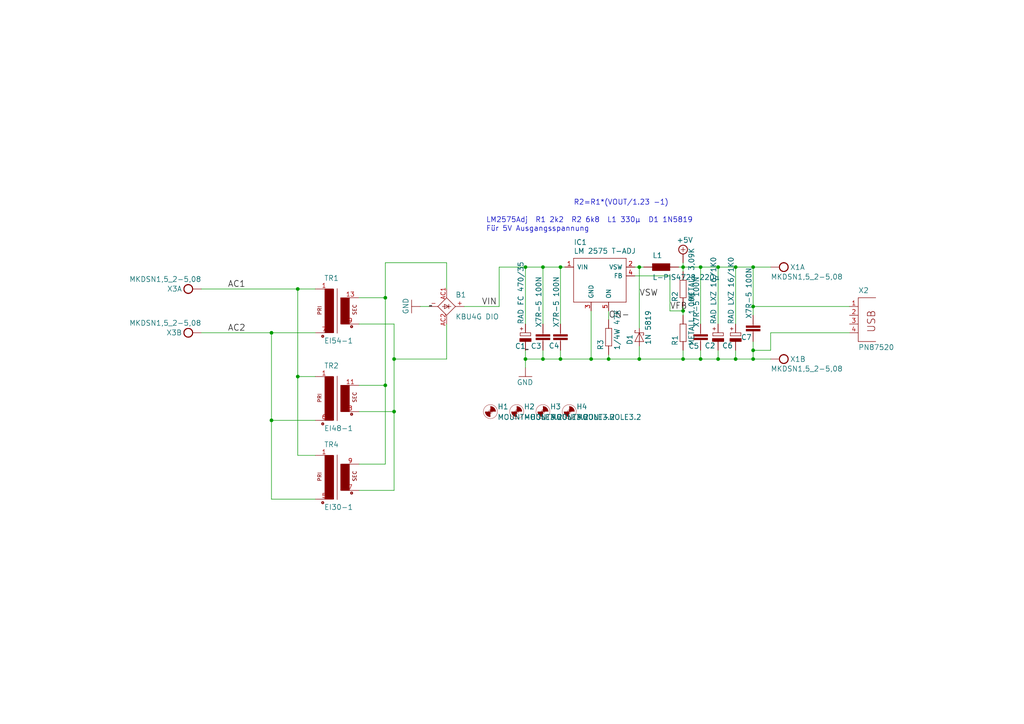
<source format=kicad_sch>
(kicad_sch (version 20211123) (generator eeschema)
  (paper "A4")
  (lib_symbols
    (symbol "LM2575Mod_V1.1-eagle-import:+5V" (power) (pin_names (offset 1.016))
      (property "Value" "+5V" (at -1.905 3.175 0))
      (symbol "+5V_1_0"
        (polyline (pts (xy -0.635 1.27) (xy 0.635 1.27)))
        (polyline (pts (xy 0 0.635) (xy 0 1.905)))
        (circle (center 0 1.27) (radius 1.27) (stroke (width 0.254)))
        (pin power_in line (at 0 -2.54 90) (length 2.54) (name "+5V") (number "1"))
      )
    )
    (symbol "LM2575Mod_V1.1-eagle-import:1N581" (pin_names (offset 1.016))
      (property "Reference" "D" (at -2.286 1.905 0))
      (property "Value" "1N581" (at -2.286 -3.429 0))
      (symbol "1N581_1_0"
        (polyline (pts (xy -1.27 -1.27) (xy 1.27 0)))
        (polyline (pts (xy -1.27 1.27) (xy -1.27 -1.27)))
        (polyline (pts (xy 0.635 -1.016) (xy 0.635 -1.27)))
        (polyline (pts (xy 1.27 -1.27) (xy 0.635 -1.27)))
        (polyline (pts (xy 1.27 0) (xy -1.27 1.27)))
        (polyline (pts (xy 1.27 0) (xy 1.27 -1.27)))
        (polyline (pts (xy 1.27 1.27) (xy 1.27 0)))
        (polyline (pts (xy 1.905 1.27) (xy 1.27 1.27)))
        (polyline (pts (xy 1.905 1.27) (xy 1.905 1.016)))
        (pin passive line (at -2.54 0 0) (length 2.54) (name "A") (number "A"))
        (pin passive line (at 2.54 0 180) (length 2.54) (name "C") (number "C"))
      )
    )
    (symbol "LM2575Mod_V1.1-eagle-import:C-EU050-025X075" (pin_names (offset 1.016))
      (property "Reference" "C" (at 1.524 0.381 0))
      (property "Value" "C-EU050-025X075" (at 1.524 -4.699 0))
      (symbol "C-EU050-025X075_1_0"
        (rectangle (start -2.032 -2.032) (end 2.032 -1.524) (fill (type outline)))
        (rectangle (start -2.032 -1.016) (end 2.032 -0.508) (fill (type outline)))
        (polyline (pts (xy 0 -2.54) (xy 0 -2.032)))
        (polyline (pts (xy 0 0) (xy 0 -0.508)))
        (pin passive line (at 0 2.54 270) (length 2.54) (name "1") (number "1"))
        (pin passive line (at 0 -5.08 90) (length 2.54) (name "2") (number "2"))
      )
    )
    (symbol "LM2575Mod_V1.1-eagle-import:CPOL-EUE5-8.5" (pin_names (offset 1.016))
      (property "Reference" "C" (at 1.143 0.4826 0))
      (property "Value" "CPOL-EUE5-8.5" (at 1.143 -4.5974 0))
      (symbol "CPOL-EUE5-8.5_1_0"
        (rectangle (start -1.651 -2.54) (end 1.651 -1.651) (fill (type outline)))
        (polyline (pts (xy -1.524 -0.889) (xy 1.524 -0.889)))
        (polyline (pts (xy -1.524 0) (xy -1.524 -0.889)))
        (polyline (pts (xy -1.524 0) (xy 1.524 0)))
        (polyline (pts (xy 1.524 -0.889) (xy 1.524 0)))
        (text "+" (at -0.5842 0.4064 900) (effects (font (size 1.0668 1.0668)) (justify left bottom)))
        (pin passive line (at 0 2.54 270) (length 2.54) (name "+") (number "+"))
        (pin passive line (at 0 -5.08 90) (length 2.54) (name "-") (number "-"))
      )
    )
    (symbol "LM2575Mod_V1.1-eagle-import:EI30-1" (pin_names (offset 1.016))
      (property "Reference" "TR" (at -2.54 7.366 0))
      (property "Value" "EI30-1" (at -2.54 -10.795 0))
      (symbol "EI30-1_1_0"
        (circle (center -2.921 -8.636) (radius 0.127) (stroke (width 0.3048)))
        (rectangle (start -2.286 -7.62) (end 0.254 5.08) (fill (type outline)))
        (polyline (pts (xy 1.27 5.207) (xy 1.27 -7.747)))
        (rectangle (start 2.286 -5.08) (end 4.826 2.54) (fill (type outline)))
        (circle (center 5.461 -5.842) (radius 0.127) (stroke (width 0.3048)))
        (text "PRI" (at -3.175 -2.54 900) (effects (font (size 1.0668 1.0668)) (justify left bottom)))
        (text "SEC" (at 6.985 -2.54 900) (effects (font (size 1.0668 1.0668)) (justify left bottom)))
        (pin passive line (at -5.08 5.08 0) (length 5.08) (name "P1") (number "1"))
        (pin passive line (at -5.08 -7.62 0) (length 5.08) (name "P2") (number "5"))
        (pin passive line (at 7.62 -5.08 180) (length 5.08) (name "S3") (number "7"))
        (pin passive line (at 7.62 2.54 180) (length 5.08) (name "S4") (number "9"))
      )
    )
    (symbol "LM2575Mod_V1.1-eagle-import:EI48-1" (pin_names (offset 1.016))
      (property "Reference" "TR" (at -2.54 7.366 0))
      (property "Value" "EI48-1" (at -2.54 -10.795 0))
      (symbol "EI48-1_1_0"
        (circle (center -2.921 -8.636) (radius 0.127) (stroke (width 0.3048)))
        (rectangle (start -2.286 -7.62) (end 0.254 5.08) (fill (type outline)))
        (polyline (pts (xy 1.27 5.207) (xy 1.27 -7.747)))
        (rectangle (start 2.286 -5.08) (end 4.826 2.54) (fill (type outline)))
        (circle (center 5.461 -5.842) (radius 0.127) (stroke (width 0.3048)))
        (text "PRI" (at -3.175 -2.54 900) (effects (font (size 1.0668 1.0668)) (justify left bottom)))
        (text "SEC" (at 6.985 -2.54 900) (effects (font (size 1.0668 1.0668)) (justify left bottom)))
        (pin passive line (at -5.08 5.08 0) (length 5.08) (name "P1") (number "1"))
        (pin passive line (at 7.62 2.54 180) (length 5.08) (name "S4") (number "11"))
        (pin passive line (at -5.08 -7.62 0) (length 5.08) (name "P2") (number "6"))
        (pin passive line (at 7.62 -5.08 180) (length 5.08) (name "S3") (number "8"))
      )
    )
    (symbol "LM2575Mod_V1.1-eagle-import:EI54-1" (pin_names (offset 1.016))
      (property "Reference" "TR" (at -2.54 7.366 0))
      (property "Value" "EI54-1" (at -2.54 -10.795 0))
      (symbol "EI54-1_1_0"
        (circle (center -2.921 -8.636) (radius 0.127) (stroke (width 0.3048)))
        (rectangle (start -2.286 -7.62) (end 0.254 5.08) (fill (type outline)))
        (polyline (pts (xy 1.27 5.207) (xy 1.27 -7.747)))
        (rectangle (start 2.286 -5.08) (end 4.826 2.54) (fill (type outline)))
        (circle (center 5.461 -5.842) (radius 0.127) (stroke (width 0.3048)))
        (text "PRI" (at -3.175 -2.54 900) (effects (font (size 1.0668 1.0668)) (justify left bottom)))
        (text "SEC" (at 6.985 -2.54 900) (effects (font (size 1.0668 1.0668)) (justify left bottom)))
        (pin passive line (at -5.08 5.08 0) (length 5.08) (name "P1") (number "1"))
        (pin passive line (at 7.62 2.54 180) (length 5.08) (name "S4") (number "13"))
        (pin passive line (at -5.08 -7.62 0) (length 5.08) (name "P2") (number "7"))
        (pin passive line (at 7.62 -5.08 180) (length 5.08) (name "S3") (number "9"))
      )
    )
    (symbol "LM2575Mod_V1.1-eagle-import:GND" (power) (pin_names (offset 1.016))
      (property "Value" "GND" (at -2.54 -2.54 0))
      (symbol "GND_1_0"
        (polyline (pts (xy -1.905 0) (xy 1.905 0)))
        (pin power_in line (at 0 2.54 270) (length 2.54) (name "GND") (number "1"))
      )
    )
    (symbol "LM2575Mod_V1.1-eagle-import:KBU" (pin_names (offset 1.016))
      (property "Reference" "B" (at 2.54 2.54 0))
      (property "Value" "KBU" (at 2.54 -3.81 0))
      (symbol "KBU_1_0"
        (polyline (pts (xy -2.54 0) (xy 0 -2.54)))
        (polyline (pts (xy -1.27 0) (xy 0.635 0)))
        (polyline (pts (xy -0.635 0.635) (xy -0.635 -0.635)))
        (polyline (pts (xy -0.635 0.635) (xy 0.635 0)))
        (polyline (pts (xy 0 -2.54) (xy 2.54 0)))
        (polyline (pts (xy 0 2.54) (xy -2.54 0)))
        (polyline (pts (xy 0.635 0) (xy -0.635 -0.635)))
        (polyline (pts (xy 0.635 0) (xy 1.27 0)))
        (polyline (pts (xy 0.635 0.635) (xy 0.635 -0.635)))
        (polyline (pts (xy 2.54 0) (xy 0 2.54)))
        (pin passive line (at 5.08 0 180) (length 2.54) (name "+") (number "+"))
        (pin passive line (at -5.08 0 0) (length 2.54) (name "-") (number "-"))
        (pin passive line (at 0 5.08 270) (length 2.54) (name "AC1") (number "AC1"))
        (pin passive line (at 0 -5.08 90) (length 2.54) (name "AC2") (number "AC2"))
      )
    )
    (symbol "LM2575Mod_V1.1-eagle-import:LM2575V" (pin_names (offset 1.016))
      (property "Reference" "IC" (at -7.62 11.43 0))
      (property "Value" "LM2575V" (at -7.62 8.89 0))
      (symbol "LM2575V_1_0"
        (polyline (pts (xy -7.62 -5.08) (xy -7.62 7.62)))
        (polyline (pts (xy -7.62 7.62) (xy 7.62 7.62)))
        (polyline (pts (xy 7.62 -5.08) (xy -7.62 -5.08)))
        (polyline (pts (xy 7.62 7.62) (xy 7.62 -5.08)))
        (pin passive line (at -10.16 5.08 0) (length 2.54) (name "VIN") (number "1"))
        (pin passive line (at 10.16 5.08 180) (length 2.54) (name "VSW") (number "2"))
        (pin power_in line (at -2.54 -7.62 90) (length 2.54) (name "GND") (number "3"))
        (pin passive line (at 10.16 2.54 180) (length 2.54) (name "FB") (number "4"))
        (pin passive line (at 2.54 -7.62 90) (length 2.54) (name "ON") (number "5"))
      )
    )
    (symbol "LM2575Mod_V1.1-eagle-import:MKDSN1,5_2-5,08" (pin_names (offset 1.016))
      (property "Reference" "X" (at 3.048 -0.889 0))
      (property "Value" "MKDSN1,5_2-5,08" (at -2.54 -3.683 0))
      (symbol "MKDSN1,5_2-5,08_1_0"
        (circle (center 1.27 0) (radius 1.27) (stroke (width 0.254)))
        (circle (center 1.27 0) (radius 1.27) (stroke (width 0.254)))
        (circle (center 1.27 0) (radius 1.27) (stroke (width 0.254)))
        (pin passive line (at -2.54 0 0) (length 2.54) (name "KL") (number "1"))
      )
      (symbol "MKDSN1,5_2-5,08_2_0"
        (circle (center 1.27 0) (radius 1.27) (stroke (width 0.254)))
        (circle (center 1.27 0) (radius 1.27) (stroke (width 0.254)))
        (circle (center 1.27 0) (radius 1.27) (stroke (width 0.254)))
        (pin passive line (at -2.54 0 0) (length 2.54) (name "KL") (number "2"))
      )
    )
    (symbol "LM2575Mod_V1.1-eagle-import:MOUNT-HOLE3.2" (pin_names (offset 1.016))
      (property "Reference" "H" (at 2.032 0.5842 0))
      (property "Value" "MOUNT-HOLE3.2" (at 2.032 -2.4638 0))
      (symbol "MOUNT-HOLE3.2_1_0"
        (arc (start -1.524 0) (mid -1.0776 -1.0776) (end 0 -1.524) (stroke (width 0.0254)) (fill (type outline)))
        (polyline (pts (xy -0.508 0) (xy 0.508 0)))
        (polyline (pts (xy 0 0.508) (xy 0 -0.508)))
        (circle (center 0 0) (radius 0.508) (stroke (width 0.0508)))
        (circle (center 0 0) (radius 2.032) (stroke (width 0.0508)))
        (arc (start 1.524 0) (mid 1.0776 1.0776) (end 0 1.524) (stroke (width 0.0254)) (fill (type outline)))
      )
    )
    (symbol "LM2575Mod_V1.1-eagle-import:PIS4728" (pin_names (offset 1.016))
      (property "Reference" "L" (at -2.54 2.54 0))
      (property "Value" "PIS4728" (at -2.54 -3.81 0))
      (symbol "PIS4728_1_0"
        (rectangle (start -2.54 -1.016) (end 2.54 1.016) (fill (type outline)))
        (pin bidirectional line (at -5.08 0 0) (length 2.54) (name "P$1") (number "P$1"))
        (pin bidirectional line (at 5.08 0 180) (length 2.54) (name "P$2") (number "P$2"))
      )
    )
    (symbol "LM2575Mod_V1.1-eagle-import:PN87520" (pin_names (offset 1.016))
      (property "Reference" "X" (at 0 8.89 0))
      (property "Value" "PN87520" (at 0 -7.62 0))
      (symbol "PN87520_1_0"
        (polyline (pts (xy 0 -5.08) (xy 5.08 -5.08)))
        (polyline (pts (xy 0 7.62) (xy 0 -5.08)))
        (polyline (pts (xy 0 7.62) (xy 5.08 7.62)))
        (text "USB" (at 5.08 -2.54 900) (effects (font (size 2.159 2.159)) (justify left bottom)))
        (pin passive line (at -2.54 5.08 0) (length 2.54) (name "1") (number "1"))
        (pin passive line (at -2.54 2.54 0) (length 2.54) (name "2") (number "2"))
        (pin passive line (at -2.54 0 0) (length 2.54) (name "3") (number "3"))
        (pin passive line (at -2.54 -2.54 0) (length 2.54) (name "4") (number "4"))
      )
    )
    (symbol "LM2575Mod_V1.1-eagle-import:R-EU_0207_10" (pin_names (offset 1.016))
      (property "Reference" "R" (at -3.81 1.4986 0))
      (property "Value" "R-EU_0207_10" (at -3.81 -3.302 0))
      (symbol "R-EU_0207_10_1_0"
        (polyline (pts (xy -2.54 -0.889) (xy -2.54 0.889)))
        (polyline (pts (xy -2.54 -0.889) (xy 2.54 -0.889)))
        (polyline (pts (xy 2.54 -0.889) (xy 2.54 0.889)))
        (polyline (pts (xy 2.54 0.889) (xy -2.54 0.889)))
        (pin passive line (at -5.08 0 0) (length 2.54) (name "1") (number "1"))
        (pin passive line (at 5.08 0 180) (length 2.54) (name "2") (number "2"))
      )
    )
  )
  (junction (at 208.28 77.47))
  (junction (at 114.3 119.38))
  (junction (at 171.45 104.14))
  (junction (at 86.36 109.22))
  (junction (at 213.36 104.14))
  (junction (at 218.44 88.9))
  (junction (at 218.44 104.14))
  (junction (at 208.28 104.14))
  (junction (at 185.42 77.47))
  (junction (at 152.4 77.47))
  (junction (at 185.42 104.14))
  (junction (at 218.44 77.47))
  (junction (at 198.12 104.14))
  (junction (at 162.56 77.47))
  (junction (at 162.56 104.14))
  (junction (at 157.48 104.14))
  (junction (at 198.12 77.47))
  (junction (at 203.2 104.14))
  (junction (at 114.3 104.14))
  (junction (at 86.36 83.82))
  (junction (at 78.74 121.92))
  (junction (at 198.12 90.17))
  (junction (at 203.2 77.47))
  (junction (at 218.44 101.6))
  (junction (at 176.53 104.14))
  (junction (at 213.36 77.47))
  (junction (at 111.76 111.76))
  (junction (at 78.74 96.52))
  (junction (at 111.76 86.36))
  (junction (at 152.4 104.14))
  (junction (at 157.48 77.47))
  (wire (pts (xy 203.2 77.47) (xy 208.28 77.47)))
  (wire (pts (xy 218.44 104.14) (xy 223.52 104.14)))
  (wire (pts (xy 104.14 119.38) (xy 114.3 119.38)))
  (wire (pts (xy 208.28 77.47) (xy 208.28 93.98)))
  (wire (pts (xy 171.45 90.17) (xy 171.45 104.14)))
  (wire (pts (xy 198.12 104.14) (xy 203.2 104.14)))
  (wire (pts (xy 203.2 101.6) (xy 203.2 104.14)))
  (wire (pts (xy 104.14 142.24) (xy 114.3 142.24)))
  (wire (pts (xy 152.4 104.14) (xy 157.48 104.14)))
  (wire (pts (xy 203.2 104.14) (xy 208.28 104.14)))
  (wire (pts (xy 157.48 101.6) (xy 157.48 104.14)))
  (wire (pts (xy 129.54 76.2) (xy 129.54 83.82)))
  (wire (pts (xy 114.3 119.38) (xy 114.3 104.14)))
  (wire (pts (xy 198.12 77.47) (xy 203.2 77.47)))
  (wire (pts (xy 86.36 83.82) (xy 58.42 83.82)))
  (wire (pts (xy 111.76 76.2) (xy 129.54 76.2)))
  (wire (pts (xy 213.36 101.6) (xy 213.36 104.14)))
  (wire (pts (xy 218.44 101.6) (xy 223.52 101.6)))
  (wire (pts (xy 186.69 77.47) (xy 185.42 77.47)))
  (wire (pts (xy 152.4 77.47) (xy 152.4 93.98)))
  (wire (pts (xy 246.38 88.9) (xy 218.44 88.9)))
  (wire (pts (xy 163.83 77.47) (xy 162.56 77.47)))
  (wire (pts (xy 194.31 90.17) (xy 198.12 90.17)))
  (wire (pts (xy 114.3 142.24) (xy 114.3 119.38)))
  (wire (pts (xy 91.44 83.82) (xy 86.36 83.82)))
  (wire (pts (xy 208.28 104.14) (xy 213.36 104.14)))
  (wire (pts (xy 91.44 109.22) (xy 86.36 109.22)))
  (wire (pts (xy 78.74 96.52) (xy 91.44 96.52)))
  (wire (pts (xy 111.76 134.62) (xy 111.76 111.76)))
  (wire (pts (xy 78.74 121.92) (xy 78.74 96.52)))
  (wire (pts (xy 157.48 104.14) (xy 162.56 104.14)))
  (wire (pts (xy 198.12 77.47) (xy 198.12 78.74)))
  (wire (pts (xy 218.44 101.6) (xy 218.44 104.14)))
  (wire (pts (xy 162.56 77.47) (xy 157.48 77.47)))
  (wire (pts (xy 162.56 93.98) (xy 162.56 77.47)))
  (wire (pts (xy 218.44 88.9) (xy 218.44 77.47)))
  (wire (pts (xy 114.3 104.14) (xy 114.3 93.98)))
  (wire (pts (xy 213.36 93.98) (xy 213.36 77.47)))
  (wire (pts (xy 194.31 80.01) (xy 194.31 90.17)))
  (wire (pts (xy 91.44 132.08) (xy 86.36 132.08)))
  (wire (pts (xy 184.15 77.47) (xy 185.42 77.47)))
  (wire (pts (xy 185.42 104.14) (xy 198.12 104.14)))
  (wire (pts (xy 152.4 104.14) (xy 152.4 106.68)))
  (wire (pts (xy 86.36 109.22) (xy 86.36 83.82)))
  (wire (pts (xy 185.42 95.25) (xy 185.42 77.47)))
  (wire (pts (xy 176.53 92.71) (xy 176.53 90.17)))
  (wire (pts (xy 91.44 121.92) (xy 78.74 121.92)))
  (wire (pts (xy 198.12 91.44) (xy 198.12 90.17)))
  (wire (pts (xy 176.53 104.14) (xy 185.42 104.14)))
  (wire (pts (xy 157.48 77.47) (xy 152.4 77.47)))
  (wire (pts (xy 104.14 134.62) (xy 111.76 134.62)))
  (wire (pts (xy 86.36 132.08) (xy 86.36 109.22)))
  (wire (pts (xy 114.3 93.98) (xy 104.14 93.98)))
  (wire (pts (xy 58.42 96.52) (xy 78.74 96.52)))
  (wire (pts (xy 124.46 88.9) (xy 121.92 88.9)))
  (wire (pts (xy 185.42 100.33) (xy 185.42 104.14)))
  (wire (pts (xy 218.44 99.06) (xy 218.44 101.6)))
  (wire (pts (xy 208.28 77.47) (xy 213.36 77.47)))
  (wire (pts (xy 223.52 96.52) (xy 223.52 101.6)))
  (wire (pts (xy 218.44 77.47) (xy 223.52 77.47)))
  (wire (pts (xy 129.54 93.98) (xy 129.54 104.14)))
  (wire (pts (xy 176.53 102.87) (xy 176.53 104.14)))
  (wire (pts (xy 144.78 77.47) (xy 152.4 77.47)))
  (wire (pts (xy 134.62 88.9) (xy 144.78 88.9)))
  (wire (pts (xy 246.38 96.52) (xy 223.52 96.52)))
  (wire (pts (xy 157.48 93.98) (xy 157.48 77.47)))
  (wire (pts (xy 152.4 101.6) (xy 152.4 104.14)))
  (wire (pts (xy 218.44 91.44) (xy 218.44 88.9)))
  (wire (pts (xy 78.74 144.78) (xy 78.74 121.92)))
  (wire (pts (xy 184.15 80.01) (xy 194.31 80.01)))
  (wire (pts (xy 213.36 77.47) (xy 218.44 77.47)))
  (wire (pts (xy 144.78 88.9) (xy 144.78 77.47)))
  (wire (pts (xy 111.76 111.76) (xy 111.76 86.36)))
  (wire (pts (xy 198.12 101.6) (xy 198.12 104.14)))
  (wire (pts (xy 104.14 86.36) (xy 111.76 86.36)))
  (wire (pts (xy 111.76 86.36) (xy 111.76 76.2)))
  (wire (pts (xy 196.85 77.47) (xy 198.12 77.47)))
  (wire (pts (xy 208.28 104.14) (xy 208.28 101.6)))
  (wire (pts (xy 129.54 104.14) (xy 114.3 104.14)))
  (wire (pts (xy 198.12 90.17) (xy 198.12 88.9)))
  (wire (pts (xy 104.14 111.76) (xy 111.76 111.76)))
  (wire (pts (xy 213.36 104.14) (xy 218.44 104.14)))
  (wire (pts (xy 91.44 144.78) (xy 78.74 144.78)))
  (wire (pts (xy 203.2 93.98) (xy 203.2 77.47)))
  (wire (pts (xy 198.12 76.2) (xy 198.12 77.47)))
  (wire (pts (xy 162.56 104.14) (xy 171.45 104.14)))
  (wire (pts (xy 171.45 104.14) (xy 176.53 104.14)))
  (wire (pts (xy 162.56 101.6) (xy 162.56 104.14)))
  (text "Für 5V Ausgangsspannung" (at 140.97 67.31 0) (effects (font (size 1.4986 1.4986)) (justify left bottom)))
  (text "LM2575Adj  R1 2k2  R2 6k8  L1 330µ  D1 1N5819" (at 140.97 64.77 0) (effects (font (size 1.4986 1.4986)) (justify left bottom)))
  (text "R2=R1*(VOUT/1.23 -1)" (at 166.37 59.69 0) (effects (font (size 1.4986 1.4986)) (justify left bottom)))
  (label "GND" (at 124.46 88.9 0) (effects (font (size 0.254 0.254))))
  (label "ON-" (at 176.53 92.71 0) (effects (font (size 1.778 1.778))))
  (label "AC1" (at 66.04 83.82 0) (effects (font (size 1.778 1.778))))
  (label "VIN" (at 139.7 88.9 0) (effects (font (size 1.778 1.778))))
  (label "VSW" (at 185.42 86.36 0) (effects (font (size 1.778 1.778))))
  (label "VFB" (at 194.31 90.17 0) (effects (font (size 1.778 1.778))))
  (label "GND" (at 152.4 101.6 0) (effects (font (size 0.254 0.254))))
  (label "AC2" (at 66.04 96.52 0) (effects (font (size 1.778 1.778))))
  (symbol (lib_id "LM2575Mod_V1.1-eagle-import:MKDSN1,5_2-5,08") (at 55.88 96.52 180) (unit 2)
    (property "Reference" "X3" (at 52.832 95.631 0) (effects (font (size 1.4986 1.4986)) (justify left bottom)))
    (property "Value" "MKDSN1,5_2-5,08" (at 58.42 92.837 0) (effects (font (size 1.4986 1.4986)) (justify left bottom)))
    (property "Footprint" "LM2575Mod_V1.1:MKDSN1,5_2-5,08" (effects hide))
  )
  (symbol (lib_id "LM2575Mod_V1.1-eagle-import:MKDSN1,5_2-5,08") (at 55.88 83.82 180) (unit 1)
    (property "Reference" "X3" (at 52.832 82.931 0) (effects (font (size 1.4986 1.4986)) (justify left bottom)))
    (property "Value" "MKDSN1,5_2-5,08" (at 58.42 80.137 0) (effects (font (size 1.4986 1.4986)) (justify left bottom)))
    (property "Footprint" "LM2575Mod_V1.1:MKDSN1,5_2-5,08" (effects hide))
  )
  (symbol (lib_id "LM2575Mod_V1.1-eagle-import:C-EU050-025X075") (at 157.48 96.52 0) (unit 1)
    (property "Reference" "C3" (at 153.924 101.219 0) (effects (font (size 1.4986 1.4986)) (justify left bottom)))
    (property "Value" "X7R-5 100N" (at 157.099 94.996 90) (effects (font (size 1.4986 1.4986)) (justify left bottom)))
    (property "Footprint" "LM2575Mod_V1.1:C050-025X075" (effects hide))
  )
  (symbol (lib_id "LM2575Mod_V1.1-eagle-import:GND") (at 119.38 88.9 270) (unit 1)
    (property "Reference" "#GND02" (effects hide))
    (property "Value" "GND" (at 116.84 86.36 0) (effects (font (size 1.4986 1.4986)) (justify left bottom)))
  )
  (symbol (lib_id "LM2575Mod_V1.1-eagle-import:C-EU050-025X075") (at 162.56 96.52 0) (unit 1)
    (property "Reference" "C4" (at 162.306 99.441 0) (effects (font (size 1.4986 1.4986)) (justify right top)))
    (property "Value" "X7R-5 100N" (at 162.179 94.996 90) (effects (font (size 1.4986 1.4986)) (justify left bottom)))
    (property "Footprint" "LM2575Mod_V1.1:C050-025X075" (effects hide))
  )
  (symbol (lib_id "LM2575Mod_V1.1-eagle-import:KBU") (at 129.54 88.9 0) (unit 1)
    (property "Reference" "B1" (at 132.08 86.36 0) (effects (font (size 1.4986 1.4986)) (justify left bottom)))
    (property "Value" "KBU4G DIO" (at 132.08 92.71 0) (effects (font (size 1.4986 1.4986)) (justify left bottom)))
    (property "Footprint" "LM2575Mod_V1.1:KBU" (effects hide))
  )
  (symbol (lib_id "LM2575Mod_V1.1-eagle-import:PIS4728") (at 191.77 77.47 0) (unit 1)
    (property "Reference" "L1" (at 189.23 74.93 0) (effects (font (size 1.4986 1.4986)) (justify left bottom)))
    (property "Value" "L-PIS4728 220µ" (at 189.23 81.28 0) (effects (font (size 1.4986 1.4986)) (justify left bottom)))
    (property "Footprint" "LM2575Mod_V1.1:PIS4728" (effects hide))
  )
  (symbol (lib_id "LM2575Mod_V1.1-eagle-import:EI30-1") (at 96.52 137.16 0) (unit 1)
    (property "Reference" "TR4" (at 93.98 129.794 0) (effects (font (size 1.4986 1.4986)) (justify left bottom)))
    (property "Value" "EI30-1" (at 93.98 147.955 0) (effects (font (size 1.4986 1.4986)) (justify left bottom)))
    (property "Footprint" "LM2575Mod_V1.1:EI30-1" (effects hide))
  )
  (symbol (lib_id "LM2575Mod_V1.1-eagle-import:R-EU_0207_10") (at 176.53 97.79 90) (unit 1)
    (property "Reference" "R3" (at 175.0314 101.6 0) (effects (font (size 1.4986 1.4986)) (justify left bottom)))
    (property "Value" "1/4W 47K" (at 179.832 101.6 0) (effects (font (size 1.4986 1.4986)) (justify left bottom)))
    (property "Footprint" "LM2575Mod_V1.1:0207_10" (effects hide))
  )
  (symbol (lib_id "LM2575Mod_V1.1-eagle-import:MOUNT-HOLE3.2") (at 142.24 119.38 0) (unit 1)
    (property "Reference" "H1" (at 144.272 118.7958 0) (effects (font (size 1.4986 1.4986)) (justify left bottom)))
    (property "Value" "MOUNT-HOLE3.2" (at 144.272 121.8438 0) (effects (font (size 1.4986 1.4986)) (justify left bottom)))
    (property "Footprint" "LM2575Mod_V1.1:3,2" (effects hide))
  )
  (symbol (lib_id "LM2575Mod_V1.1-eagle-import:EI48-1") (at 96.52 114.3 0) (unit 1)
    (property "Reference" "TR2" (at 93.98 106.934 0) (effects (font (size 1.4986 1.4986)) (justify left bottom)))
    (property "Value" "EI48-1" (at 93.98 125.095 0) (effects (font (size 1.4986 1.4986)) (justify left bottom)))
    (property "Footprint" "LM2575Mod_V1.1:EI48-1" (effects hide))
  )
  (symbol (lib_id "LM2575Mod_V1.1-eagle-import:MKDSN1,5_2-5,08") (at 226.06 77.47 0) (unit 1)
    (property "Reference" "X1" (at 229.108 78.359 0) (effects (font (size 1.4986 1.4986)) (justify left bottom)))
    (property "Value" "MKDSN1,5_2-5,08" (at 223.52 81.153 0) (effects (font (size 1.4986 1.4986)) (justify left bottom)))
    (property "Footprint" "LM2575Mod_V1.1:MKDSN1,5_2-5,08" (effects hide))
  )
  (symbol (lib_id "LM2575Mod_V1.1-eagle-import:MKDSN1,5_2-5,08") (at 226.06 104.14 0) (unit 2)
    (property "Reference" "X1" (at 229.108 105.029 0) (effects (font (size 1.4986 1.4986)) (justify left bottom)))
    (property "Value" "MKDSN1,5_2-5,08" (at 223.52 107.823 0) (effects (font (size 1.4986 1.4986)) (justify left bottom)))
    (property "Footprint" "LM2575Mod_V1.1:MKDSN1,5_2-5,08" (effects hide))
  )
  (symbol (lib_id "LM2575Mod_V1.1-eagle-import:CPOL-EUE5-8.5") (at 208.28 96.52 0) (unit 1)
    (property "Reference" "C2" (at 204.343 101.1174 0) (effects (font (size 1.4986 1.4986)) (justify left bottom)))
    (property "Value" "RAD LXZ 16/1K0" (at 207.7974 94.107 90) (effects (font (size 1.4986 1.4986)) (justify left bottom)))
    (property "Footprint" "LM2575Mod_V1.1:E5-8,5" (effects hide))
  )
  (symbol (lib_id "LM2575Mod_V1.1-eagle-import:R-EU_0207_10") (at 198.12 96.52 90) (unit 1)
    (property "Reference" "R1" (at 196.6214 100.33 0) (effects (font (size 1.4986 1.4986)) (justify left bottom)))
    (property "Value" "METALL 1,00K" (at 201.422 100.33 0) (effects (font (size 1.4986 1.4986)) (justify left bottom)))
    (property "Footprint" "LM2575Mod_V1.1:0207_10" (effects hide))
  )
  (symbol (lib_id "LM2575Mod_V1.1-eagle-import:MOUNT-HOLE3.2") (at 165.1 119.38 0) (unit 1)
    (property "Reference" "H4" (at 167.132 118.7958 0) (effects (font (size 1.4986 1.4986)) (justify left bottom)))
    (property "Value" "MOUNT-HOLE3.2" (at 167.132 121.8438 0) (effects (font (size 1.4986 1.4986)) (justify left bottom)))
    (property "Footprint" "LM2575Mod_V1.1:3,2" (effects hide))
  )
  (symbol (lib_id "LM2575Mod_V1.1-eagle-import:CPOL-EUE5-8.5") (at 152.4 96.52 0) (unit 1)
    (property "Reference" "C1" (at 152.527 99.5426 0) (effects (font (size 1.4986 1.4986)) (justify right top)))
    (property "Value" "RAD FC 470/35" (at 151.9174 94.107 90) (effects (font (size 1.4986 1.4986)) (justify left bottom)))
    (property "Footprint" "LM2575Mod_V1.1:E5-8,5" (effects hide))
  )
  (symbol (lib_id "LM2575Mod_V1.1-eagle-import:C-EU050-025X075") (at 218.44 93.98 0) (unit 1)
    (property "Reference" "C7" (at 214.884 98.679 0) (effects (font (size 1.4986 1.4986)) (justify left bottom)))
    (property "Value" "X7R-5 100N" (at 218.059 92.456 90) (effects (font (size 1.4986 1.4986)) (justify left bottom)))
    (property "Footprint" "LM2575Mod_V1.1:C050-025X075" (effects hide))
  )
  (symbol (lib_id "LM2575Mod_V1.1-eagle-import:R-EU_0207_10") (at 198.12 83.82 90) (unit 1)
    (property "Reference" "R2" (at 196.6214 87.63 0) (effects (font (size 1.4986 1.4986)) (justify left bottom)))
    (property "Value" "METALL 3,09K" (at 201.422 87.63 0) (effects (font (size 1.4986 1.4986)) (justify left bottom)))
    (property "Footprint" "LM2575Mod_V1.1:0207_10" (effects hide))
  )
  (symbol (lib_id "LM2575Mod_V1.1-eagle-import:1N581") (at 185.42 97.79 90) (unit 1)
    (property "Reference" "D1" (at 183.515 100.076 0) (effects (font (size 1.4986 1.4986)) (justify left bottom)))
    (property "Value" "1N 5819" (at 188.849 100.076 0) (effects (font (size 1.4986 1.4986)) (justify left bottom)))
    (property "Footprint" "LM2575Mod_V1.1:DO35-10-1" (effects hide))
  )
  (symbol (lib_id "LM2575Mod_V1.1-eagle-import:MOUNT-HOLE3.2") (at 157.48 119.38 0) (unit 1)
    (property "Reference" "H3" (at 159.512 118.7958 0) (effects (font (size 1.4986 1.4986)) (justify left bottom)))
    (property "Value" "MOUNT-HOLE3.2" (at 159.512 121.8438 0) (effects (font (size 1.4986 1.4986)) (justify left bottom)))
    (property "Footprint" "LM2575Mod_V1.1:3,2" (effects hide))
  )
  (symbol (lib_id "LM2575Mod_V1.1-eagle-import:EI54-1") (at 96.52 88.9 0) (unit 1)
    (property "Reference" "TR1" (at 93.98 81.534 0) (effects (font (size 1.4986 1.4986)) (justify left bottom)))
    (property "Value" "EI54-1" (at 93.98 99.695 0) (effects (font (size 1.4986 1.4986)) (justify left bottom)))
    (property "Footprint" "LM2575Mod_V1.1:EI54-1" (effects hide))
  )
  (symbol (lib_id "LM2575Mod_V1.1-eagle-import:+5V") (at 198.12 73.66 0) (unit 1)
    (property "Reference" "#V01" (effects hide))
    (property "Value" "+5V" (at 196.215 70.485 0) (effects (font (size 1.4986 1.4986)) (justify left bottom)))
  )
  (symbol (lib_id "LM2575Mod_V1.1-eagle-import:LM2575V") (at 173.99 82.55 0) (unit 1)
    (property "Reference" "IC1" (at 166.37 71.12 0) (effects (font (size 1.4986 1.4986)) (justify left bottom)))
    (property "Value" "LM 2575 T-ADJ" (at 166.37 73.66 0) (effects (font (size 1.4986 1.4986)) (justify left bottom)))
    (property "Footprint" "LM2575Mod_V1.1:TO220-5" (effects hide))
  )
  (symbol (lib_id "LM2575Mod_V1.1-eagle-import:GND") (at 152.4 109.22 0) (unit 1)
    (property "Reference" "#GND01" (effects hide))
    (property "Value" "GND" (at 149.86 111.76 0) (effects (font (size 1.4986 1.4986)) (justify left bottom)))
  )
  (symbol (lib_id "LM2575Mod_V1.1-eagle-import:PN87520") (at 248.92 93.98 0) (unit 1)
    (property "Reference" "X2" (at 248.92 85.09 0) (effects (font (size 1.4986 1.4986)) (justify left bottom)))
    (property "Value" "PN87520" (at 248.92 101.6 0) (effects (font (size 1.4986 1.4986)) (justify left bottom)))
    (property "Footprint" "LM2575Mod_V1.1:PN87520" (effects hide))
  )
  (symbol (lib_id "LM2575Mod_V1.1-eagle-import:CPOL-EUE5-8.5") (at 213.36 96.52 0) (unit 1)
    (property "Reference" "C6" (at 209.423 101.1174 0) (effects (font (size 1.4986 1.4986)) (justify left bottom)))
    (property "Value" "RAD LXZ 16/1K0" (at 212.8774 94.107 90) (effects (font (size 1.4986 1.4986)) (justify left bottom)))
    (property "Footprint" "LM2575Mod_V1.1:E5-8,5" (effects hide))
  )
  (symbol (lib_id "LM2575Mod_V1.1-eagle-import:C-EU050-025X075") (at 203.2 96.52 0) (unit 1)
    (property "Reference" "C5" (at 199.644 101.219 0) (effects (font (size 1.4986 1.4986)) (justify left bottom)))
    (property "Value" "X7R-5 100N" (at 202.819 94.996 90) (effects (font (size 1.4986 1.4986)) (justify left bottom)))
    (property "Footprint" "LM2575Mod_V1.1:C050-025X075" (effects hide))
  )
  (symbol (lib_id "LM2575Mod_V1.1-eagle-import:MOUNT-HOLE3.2") (at 149.86 119.38 0) (unit 1)
    (property "Reference" "H2" (at 151.892 118.7958 0) (effects (font (size 1.4986 1.4986)) (justify left bottom)))
    (property "Value" "MOUNT-HOLE3.2" (at 151.892 121.8438 0) (effects (font (size 1.4986 1.4986)) (justify left bottom)))
    (property "Footprint" "LM2575Mod_V1.1:3,2" (effects hide))
  )
)
</source>
